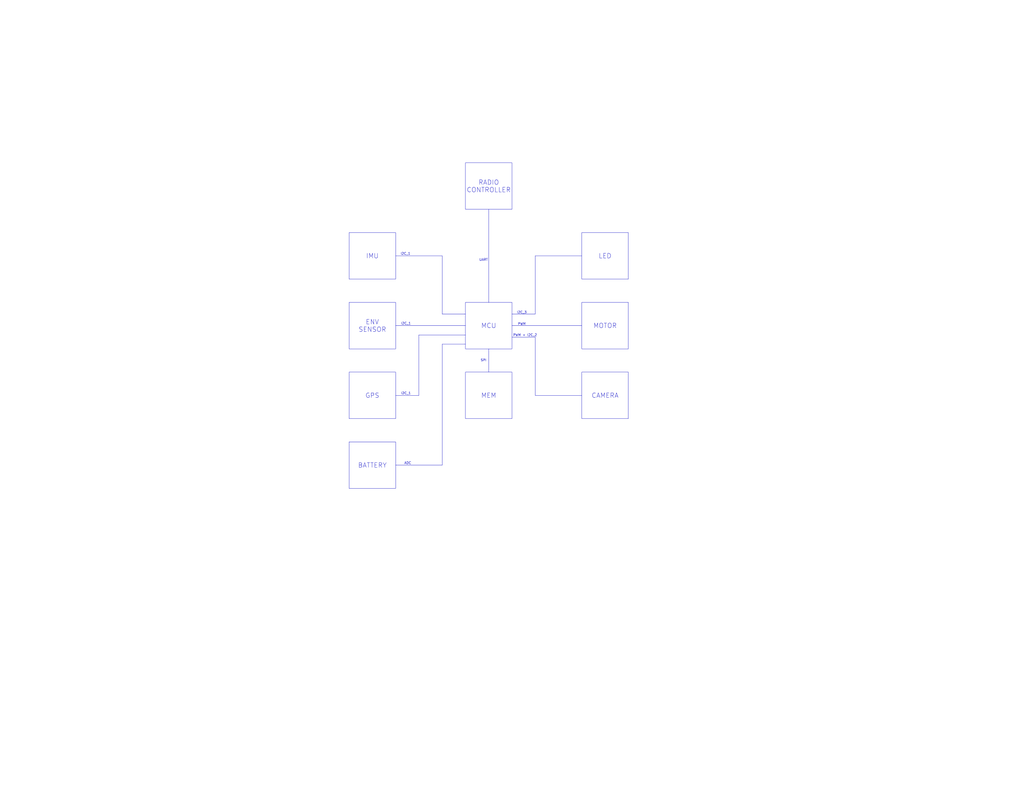
<source format=kicad_sch>
(kicad_sch
	(version 20231120)
	(generator "eeschema")
	(generator_version "8.0")
	(uuid "ec536e8b-8d67-495c-9743-763f3cf69f7b")
	(paper "C")
	(lib_symbols)
	(polyline
		(pts
			(xy 254 171.45) (xy 241.3 171.45)
		)
		(stroke
			(width 0)
			(type default)
		)
		(uuid "2d381eaa-af7b-435d-bb0c-773bee46acd1")
	)
	(polyline
		(pts
			(xy 228.6 215.9) (xy 228.6 182.88)
		)
		(stroke
			(width 0)
			(type default)
		)
		(uuid "36b623b2-0893-4620-b6fc-5bfb12eb4724")
	)
	(polyline
		(pts
			(xy 279.4 171.45) (xy 292.1 171.45)
		)
		(stroke
			(width 0)
			(type default)
		)
		(uuid "3ab2cdf2-1ef4-44e4-bb23-0381a70db32b")
	)
	(polyline
		(pts
			(xy 215.9 177.8) (xy 254 177.8)
		)
		(stroke
			(width 0)
			(type default)
		)
		(uuid "3b056e46-459e-4564-8de2-54874c22c3bc")
	)
	(polyline
		(pts
			(xy 215.9 139.7) (xy 241.3 139.7)
		)
		(stroke
			(width 0)
			(type default)
		)
		(uuid "4426a6e7-0f24-40ca-bae9-909f290a724c")
	)
	(polyline
		(pts
			(xy 266.7 190.5) (xy 266.7 203.2)
		)
		(stroke
			(width 0)
			(type default)
		)
		(uuid "49f7cf05-6af5-47b7-90dd-6c8d7e4a171c")
	)
	(polyline
		(pts
			(xy 292.1 139.7) (xy 317.5 139.7)
		)
		(stroke
			(width 0)
			(type default)
		)
		(uuid "637131b4-9146-4693-8442-6ca423e17b3c")
	)
	(polyline
		(pts
			(xy 292.1 215.9) (xy 317.5 215.9)
		)
		(stroke
			(width 0)
			(type default)
		)
		(uuid "6a02c641-fcbe-44a2-b07b-23dba13294ec")
	)
	(polyline
		(pts
			(xy 215.9 254) (xy 241.3 254)
		)
		(stroke
			(width 0)
			(type default)
		)
		(uuid "6b732c3c-d0b4-41b5-bb83-71d7537fe608")
	)
	(polyline
		(pts
			(xy 266.7 114.3) (xy 266.7 165.1)
		)
		(stroke
			(width 0)
			(type default)
		)
		(uuid "75bbea84-653d-48b2-afe1-01787907e45b")
	)
	(polyline
		(pts
			(xy 241.3 187.96) (xy 254 187.96)
		)
		(stroke
			(width 0)
			(type default)
		)
		(uuid "7991f44d-3147-4f0a-8401-55d612d20127")
	)
	(polyline
		(pts
			(xy 215.9 215.9) (xy 228.6 215.9)
		)
		(stroke
			(width 0)
			(type default)
		)
		(uuid "7a801bfa-40e6-44a8-a744-f6b2b282ff35")
	)
	(polyline
		(pts
			(xy 292.1 171.45) (xy 292.1 139.7)
		)
		(stroke
			(width 0)
			(type default)
		)
		(uuid "8449aeb8-b9d6-4087-9404-fb2eaed1bce1")
	)
	(polyline
		(pts
			(xy 228.6 182.88) (xy 254 182.88)
		)
		(stroke
			(width 0)
			(type default)
		)
		(uuid "9f62ec35-c447-4383-8d71-6b569a0fe009")
	)
	(polyline
		(pts
			(xy 292.1 184.15) (xy 292.1 215.9)
		)
		(stroke
			(width 0)
			(type default)
		)
		(uuid "a10038e6-63a9-4723-8b46-3092e66549a8")
	)
	(polyline
		(pts
			(xy 279.4 184.15) (xy 292.1 184.15)
		)
		(stroke
			(width 0)
			(type default)
		)
		(uuid "a51d011d-1f98-4e5a-ba25-110ac597f6d9")
	)
	(polyline
		(pts
			(xy 279.4 177.8) (xy 317.5 177.8)
		)
		(stroke
			(width 0)
			(type default)
		)
		(uuid "b7311397-8fc8-4e77-8508-9b59664e64c4")
	)
	(polyline
		(pts
			(xy 241.3 171.45) (xy 241.3 139.7)
		)
		(stroke
			(width 0)
			(type default)
		)
		(uuid "c02ccb9e-22ba-4ccc-a209-36265ad70b01")
	)
	(polyline
		(pts
			(xy 241.3 254) (xy 241.3 187.96)
		)
		(stroke
			(width 0)
			(type default)
		)
		(uuid "f15fd192-cb46-445e-96c5-aad76bfc4d72")
	)
	(text_box "MCU"
		(exclude_from_sim no)
		(at 254 165.1 0)
		(size 25.4 25.4)
		(stroke
			(width 0)
			(type default)
		)
		(fill
			(type none)
		)
		(effects
			(font
				(size 2.54 2.54)
			)
		)
		(uuid "0a1ffb67-5fa3-4392-88e7-3d029b6e8c88")
	)
	(text_box "RADIO CONTROLLER"
		(exclude_from_sim no)
		(at 254 88.9 0)
		(size 25.4 25.4)
		(stroke
			(width 0)
			(type default)
		)
		(fill
			(type none)
		)
		(effects
			(font
				(size 2.54 2.54)
			)
		)
		(uuid "3c9c79c8-c4c6-4319-9302-5cff9406ce15")
	)
	(text_box "CAMERA"
		(exclude_from_sim no)
		(at 317.5 203.2 0)
		(size 25.4 25.4)
		(stroke
			(width 0)
			(type default)
		)
		(fill
			(type none)
		)
		(effects
			(font
				(size 2.54 2.54)
			)
		)
		(uuid "56b1062c-0cca-4fea-b7c2-191a4a8fd673")
	)
	(text_box "ENV SENSOR"
		(exclude_from_sim no)
		(at 190.5 165.1 0)
		(size 25.4 25.4)
		(stroke
			(width 0)
			(type default)
		)
		(fill
			(type none)
		)
		(effects
			(font
				(size 2.54 2.54)
			)
		)
		(uuid "6786b5d4-0701-4f03-a206-bc1503e7ca4a")
	)
	(text_box "GPS"
		(exclude_from_sim no)
		(at 190.5 203.2 0)
		(size 25.4 25.4)
		(stroke
			(width 0)
			(type default)
		)
		(fill
			(type none)
		)
		(effects
			(font
				(size 2.54 2.54)
			)
		)
		(uuid "67e1e307-5634-4e11-8996-c25fad1f6a7e")
	)
	(text_box "MOTOR"
		(exclude_from_sim no)
		(at 317.5 165.1 0)
		(size 25.4 25.4)
		(stroke
			(width 0)
			(type default)
		)
		(fill
			(type none)
		)
		(effects
			(font
				(size 2.54 2.54)
			)
		)
		(uuid "7883a18c-35c7-4b2f-ab1f-9a364c7e449e")
	)
	(text_box "BATTERY"
		(exclude_from_sim no)
		(at 190.5 241.3 0)
		(size 25.4 25.4)
		(stroke
			(width 0)
			(type default)
		)
		(fill
			(type none)
		)
		(effects
			(font
				(size 2.54 2.54)
			)
		)
		(uuid "94b73ca7-90dd-4802-aa32-17952dc3a935")
	)
	(text_box "MEM"
		(exclude_from_sim no)
		(at 254 203.2 0)
		(size 25.4 25.4)
		(stroke
			(width 0)
			(type default)
		)
		(fill
			(type none)
		)
		(effects
			(font
				(size 2.54 2.54)
			)
		)
		(uuid "b9f0967a-a238-4b6d-b22d-3d135a1ece16")
	)
	(text_box "LED"
		(exclude_from_sim no)
		(at 317.5 127 0)
		(size 25.4 25.4)
		(stroke
			(width 0)
			(type default)
		)
		(fill
			(type none)
		)
		(effects
			(font
				(size 2.54 2.54)
			)
		)
		(uuid "e3a0a211-2900-48b4-89fa-f9019b84d111")
	)
	(text_box "IMU"
		(exclude_from_sim no)
		(at 190.5 127 0)
		(size 25.4 25.4)
		(stroke
			(width 0)
			(type default)
		)
		(fill
			(type none)
		)
		(effects
			(font
				(size 2.54 2.54)
			)
		)
		(uuid "f08eaaf9-2e3e-46d1-b065-73ef78ab0f2a")
	)
	(text "I2C_1"
		(exclude_from_sim no)
		(at 221.488 176.784 0)
		(effects
			(font
				(size 1.27 1.27)
			)
		)
		(uuid "22352121-bb8a-4716-9684-a06722343c8d")
	)
	(text "ADC"
		(exclude_from_sim no)
		(at 222.504 252.984 0)
		(effects
			(font
				(size 1.27 1.27)
			)
		)
		(uuid "2d5e93cc-ef8a-4d61-a7b9-e7227082c414")
	)
	(text "UART"
		(exclude_from_sim no)
		(at 263.906 141.986 0)
		(effects
			(font
				(size 1.27 1.27)
			)
		)
		(uuid "2f4f6d19-c30c-44db-b858-0100983a6e1e")
	)
	(text "I2C_1"
		(exclude_from_sim no)
		(at 221.234 138.684 0)
		(effects
			(font
				(size 1.27 1.27)
			)
		)
		(uuid "445d3890-c703-452c-9a5d-ee13cf11af8a")
	)
	(text "PWM"
		(exclude_from_sim no)
		(at 284.734 177.038 0)
		(effects
			(font
				(size 1.27 1.27)
			)
		)
		(uuid "6e7feec8-f9e8-4fe1-b2c0-4bc5ec7ffb45")
	)
	(text "I2C_3"
		(exclude_from_sim no)
		(at 284.734 170.688 0)
		(effects
			(font
				(size 1.27 1.27)
			)
		)
		(uuid "99948351-f8e2-49da-838b-c516de66222c")
	)
	(text "SPI"
		(exclude_from_sim no)
		(at 263.906 196.85 0)
		(effects
			(font
				(size 1.27 1.27)
			)
		)
		(uuid "afb02fec-9795-4ccd-a177-57409fb51210")
	)
	(text "I2C_1"
		(exclude_from_sim no)
		(at 221.488 214.884 0)
		(effects
			(font
				(size 1.27 1.27)
			)
		)
		(uuid "f3a0e723-6842-4063-8067-460d71cdd6a2")
	)
	(text "PWM + I2C_2"
		(exclude_from_sim no)
		(at 286.512 183.134 0)
		(effects
			(font
				(size 1.27 1.27)
			)
		)
		(uuid "fcd5ec53-1806-409c-956d-71f6c45eac88")
	)
)

</source>
